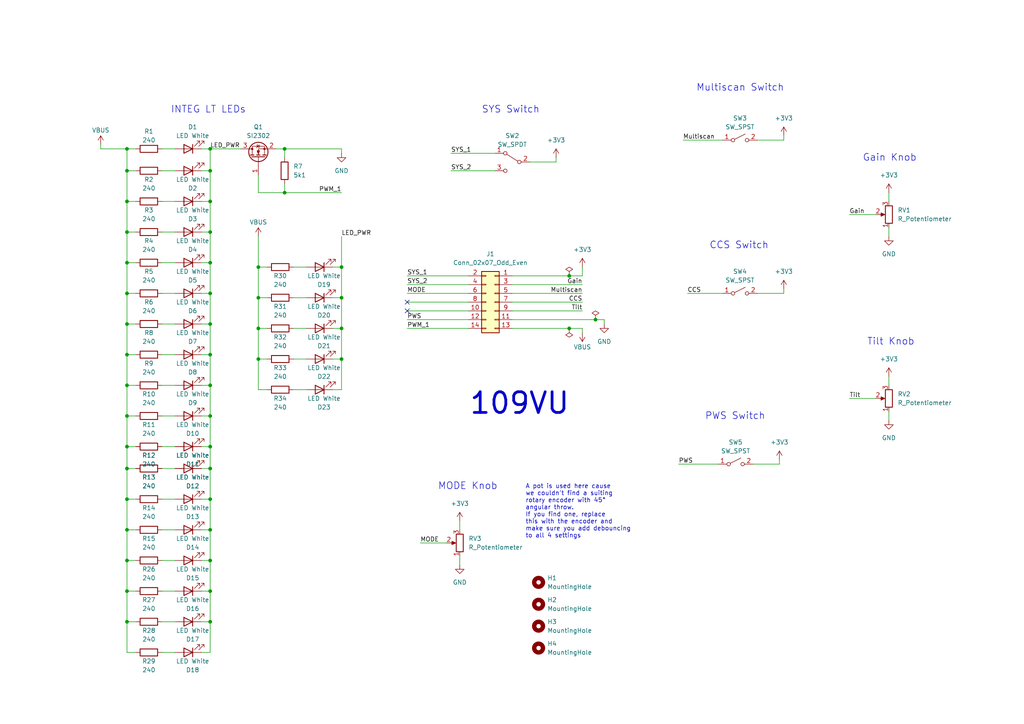
<source format=kicad_sch>
(kicad_sch (version 20230121) (generator eeschema)
  (paper "A4")
  (title_block (title "109VU") (date "2024-01-18") (rev "0.1"))
  (lib_symbols
    (symbol "Connector_Generic:Conn_02x07_Odd_Even" (pin_names (offset 1.016) hide)
      (property "Reference" "J" (at 1.27 10.16 0))
      (property "Value" "Conn_02x07_Odd_Even" (at 1.27 -10.16 0))
      (symbol "Conn_02x07_Odd_Even_1_1"
        (pin passive line (at -5.08 7.62 0) (length 3.81) (name "Pin_1") (number "1"))
        (pin passive line (at 7.62 -2.54 180) (length 3.81) (name "Pin_10") (number "10"))
        (pin passive line (at -5.08 -5.08 0) (length 3.81) (name "Pin_11") (number "11"))
        (pin passive line (at 7.62 -5.08 180) (length 3.81) (name "Pin_12") (number "12"))
        (pin passive line (at -5.08 -7.62 0) (length 3.81) (name "Pin_13") (number "13"))
        (pin passive line (at 7.62 -7.62 180) (length 3.81) (name "Pin_14") (number "14"))
        (pin passive line (at 7.62 7.62 180) (length 3.81) (name "Pin_2") (number "2"))
        (pin passive line (at -5.08 5.08 0) (length 3.81) (name "Pin_3") (number "3"))
        (pin passive line (at 7.62 5.08 180) (length 3.81) (name "Pin_4") (number "4"))
        (pin passive line (at -5.08 2.54 0) (length 3.81) (name "Pin_5") (number "5"))
        (pin passive line (at 7.62 2.54 180) (length 3.81) (name "Pin_6") (number "6"))
        (pin passive line (at -5.08 0 0) (length 3.81) (name "Pin_7") (number "7"))
        (pin passive line (at 7.62 0 180) (length 3.81) (name "Pin_8") (number "8"))
        (pin passive line (at -5.08 -2.54 0) (length 3.81) (name "Pin_9") (number "9"))
      )
    )
    (symbol "Device:LED" (pin_numbers hide) (pin_names (offset 1.016) hide)
      (property "Reference" "D" (at 0 2.54 0))
      (property "Value" "LED" (at 0 -2.54 0))
      (symbol "LED_1_1"
        (pin passive line (at -3.81 0 0) (length 2.54) (name "K") (number "1"))
        (pin passive line (at 3.81 0 180) (length 2.54) (name "A") (number "2"))
      )
    )
    (symbol "Device:R" (pin_numbers hide) (pin_names (offset 0))
      (property "Reference" "R" (at 2.032 0 90))
      (property "Value" "R" (at 0 0 90))
      (symbol "R_1_1"
        (pin passive line (at 0 3.81 270) (length 1.27) (name "~") (number "1"))
        (pin passive line (at 0 -3.81 90) (length 1.27) (name "~") (number "2"))
      )
    )
    (symbol "Device:R_Potentiometer" (pin_names (offset 1.016) hide)
      (property "Reference" "RV" (at -4.445 0 90))
      (property "Value" "R_Potentiometer" (at -2.54 0 90))
      (symbol "R_Potentiometer_1_1"
        (pin passive line (at 0 3.81 270) (length 1.27) (name "1") (number "1"))
        (pin passive line (at 3.81 0 180) (length 1.27) (name "2") (number "2"))
        (pin passive line (at 0 -3.81 90) (length 1.27) (name "3") (number "3"))
      )
    )
    (symbol "Mechanical:MountingHole" (pin_names (offset 1.016))
      (property "Reference" "H" (at 0 5.08 0))
      (property "Value" "MountingHole" (at 0 3.175 0))
    )
    (symbol "Switch:SW_SPDT" (pin_names (offset 0) hide)
      (property "Reference" "SW" (at 0 4.318 0))
      (property "Value" "SW_SPDT" (at 0 -5.08 0))
      (symbol "SW_SPDT_1_1"
        (pin passive line (at 5.08 2.54 180) (length 2.54) (name "A") (number "1"))
        (pin passive line (at -5.08 0 0) (length 2.54) (name "B") (number "2"))
        (pin passive line (at 5.08 -2.54 180) (length 2.54) (name "C") (number "3"))
      )
    )
    (symbol "Switch:SW_SPST" (pin_names (offset 0) hide)
      (property "Reference" "SW" (at 0 3.175 0))
      (property "Value" "SW_SPST" (at 0 -2.54 0))
      (symbol "SW_SPST_1_1"
        (pin passive line (at -5.08 0 0) (length 2.54) (name "A") (number "1"))
        (pin passive line (at 5.08 0 180) (length 2.54) (name "B") (number "2"))
      )
    )
    (symbol "Transistor_FET:2N7002K" (pin_names hide)
      (property "Reference" "Q" (at 5.08 1.905 0))
      (property "Value" "2N7002K" (at 5.08 0 0))
      (symbol "2N7002K_1_1"
        (pin input line (at -5.08 0 0) (length 2.54) (name "G") (number "1"))
        (pin passive line (at 2.54 -5.08 90) (length 2.54) (name "S") (number "2"))
        (pin passive line (at 2.54 5.08 270) (length 2.54) (name "D") (number "3"))
      )
    )
    (symbol "power:+3V3" (power) (pin_names (offset 0))
      (property "Value" "+3V3" (at 0 3.556 0))
      (symbol "+3V3_1_1"
        (pin power_in line (at 0 0 90) (length 0) hide (name "+3V3") (number "1"))
      )
    )
    (symbol "power:GND" (power) (pin_names (offset 0))
      (property "Value" "GND" (at 0 -3.81 0))
      (symbol "GND_1_1"
        (pin power_in line (at 0 0 270) (length 0) hide (name "GND") (number "1"))
      )
    )
    (symbol "power:PWR_FLAG" (power) (pin_numbers hide) (pin_names (offset 0) hide)
      (property "Value" "PWR_FLAG" (at 0 3.81 0))
      (symbol "PWR_FLAG_0_0"
        (pin power_out line (at 0 0 90) (length 0) (name "pwr") (number "1"))
      )
    )
    (symbol "power:VBUS" (power) (pin_names (offset 0))
      (property "Value" "VBUS" (at 0 3.81 0))
      (symbol "VBUS_1_1"
        (pin power_in line (at 0 0 90) (length 0) hide (name "VBUS") (number "1"))
      )
    )
  )
  (junction (at 165.1 95.25))
  (junction (at 74.93 104.14))
  (junction (at 60.96 144.78))
  (junction (at 99.06 104.14))
  (junction (at 60.96 153.67))
  (junction (at 60.96 102.87))
  (junction (at 99.06 95.25))
  (junction (at 36.83 93.98))
  (junction (at 60.96 180.34))
  (junction (at 36.83 120.65))
  (junction (at 60.96 129.54))
  (junction (at 36.83 43.18))
  (junction (at 99.06 77.47))
  (junction (at 60.96 120.65))
  (junction (at 36.83 135.89))
  (junction (at 36.83 49.53))
  (junction (at 60.96 49.53))
  (junction (at 36.83 58.42))
  (junction (at 36.83 111.76))
  (junction (at 36.83 85.09))
  (junction (at 36.83 153.67))
  (junction (at 36.83 129.54))
  (junction (at 60.96 111.76))
  (junction (at 74.93 77.47))
  (junction (at 36.83 162.56))
  (junction (at 36.83 144.78))
  (junction (at 82.55 43.18))
  (junction (at 60.96 162.56))
  (junction (at 36.83 171.45))
  (junction (at 60.96 58.42))
  (junction (at 165.1 80.01))
  (junction (at 172.72 92.71))
  (junction (at 60.96 135.89))
  (junction (at 60.96 93.98))
  (junction (at 36.83 102.87))
  (junction (at 82.55 55.88))
  (junction (at 60.96 171.45))
  (junction (at 60.96 76.2))
  (junction (at 36.83 180.34))
  (junction (at 60.96 43.18))
  (junction (at 60.96 67.31))
  (junction (at 36.83 76.2))
  (junction (at 74.93 95.25))
  (junction (at 99.06 86.36))
  (junction (at 74.93 86.36))
  (junction (at 36.83 67.31))
  (junction (at 60.96 85.09))
  (no_connect (at 118.11 90.17))
  (no_connect (at 118.11 87.63))
  (wire (pts (xy 39.37 129.54) (xy 36.83 129.54)))
  (wire (pts (xy 80.01 43.18) (xy 82.55 43.18)))
  (wire (pts (xy 58.42 93.98) (xy 60.96 93.98)))
  (wire (pts (xy 148.59 90.17) (xy 168.91 90.17)))
  (wire (pts (xy 39.37 49.53) (xy 36.83 49.53)))
  (wire (pts (xy 46.99 93.98) (xy 50.8 93.98)))
  (wire (pts (xy 36.83 153.67) (xy 39.37 153.67)))
  (wire (pts (xy 36.83 144.78) (xy 39.37 144.78)))
  (wire (pts (xy 99.06 86.36) (xy 99.06 95.25)))
  (wire (pts (xy 257.81 55.88) (xy 257.81 58.42)))
  (wire (pts (xy 118.11 90.17) (xy 135.89 90.17)))
  (wire (pts (xy 36.83 120.65) (xy 39.37 120.65)))
  (wire (pts (xy 74.93 55.88) (xy 82.55 55.88)))
  (wire (pts (xy 58.42 58.42) (xy 60.96 58.42)))
  (wire (pts (xy 58.42 189.23) (xy 60.96 189.23)))
  (wire (pts (xy 74.93 86.36) (xy 74.93 95.25)))
  (wire (pts (xy 133.35 161.29) (xy 133.35 163.83)))
  (wire (pts (xy 227.33 83.82) (xy 227.33 85.09)))
  (wire (pts (xy 74.93 77.47) (xy 74.93 86.36)))
  (wire (pts (xy 58.42 76.2) (xy 60.96 76.2)))
  (wire (pts (xy 82.55 55.88) (xy 99.06 55.88)))
  (wire (pts (xy 58.42 85.09) (xy 60.96 85.09)))
  (wire (pts (xy 60.96 102.87) (xy 60.96 111.76)))
  (wire (pts (xy 36.83 93.98) (xy 36.83 102.87)))
  (wire (pts (xy 39.37 93.98) (xy 36.83 93.98)))
  (wire (pts (xy 36.83 76.2) (xy 39.37 76.2)))
  (wire (pts (xy 148.59 85.09) (xy 168.91 85.09)))
  (wire (pts (xy 85.09 86.36) (xy 88.9 86.36)))
  (wire (pts (xy 219.71 40.64) (xy 227.33 40.64)))
  (wire (pts (xy 74.93 95.25) (xy 77.47 95.25)))
  (wire (pts (xy 85.09 77.47) (xy 88.9 77.47)))
  (wire (pts (xy 60.96 76.2) (xy 60.96 85.09)))
  (wire (pts (xy 85.09 95.25) (xy 88.9 95.25)))
  (wire (pts (xy 172.72 92.71) (xy 175.26 92.71)))
  (wire (pts (xy 46.99 162.56) (xy 50.8 162.56)))
  (wire (pts (xy 60.96 43.18) (xy 69.85 43.18)))
  (wire (pts (xy 118.11 82.55) (xy 135.89 82.55)))
  (wire (pts (xy 226.06 133.35) (xy 226.06 134.62)))
  (wire (pts (xy 36.83 102.87) (xy 39.37 102.87)))
  (wire (pts (xy 118.11 92.71) (xy 135.89 92.71)))
  (wire (pts (xy 257.81 119.38) (xy 257.81 121.92)))
  (wire (pts (xy 175.26 92.71) (xy 175.26 93.98)))
  (wire (pts (xy 118.11 87.63) (xy 135.89 87.63)))
  (wire (pts (xy 36.83 180.34) (xy 39.37 180.34)))
  (wire (pts (xy 96.52 77.47) (xy 99.06 77.47)))
  (wire (pts (xy 58.42 153.67) (xy 60.96 153.67)))
  (wire (pts (xy 46.99 120.65) (xy 50.8 120.65)))
  (wire (pts (xy 58.42 102.87) (xy 60.96 102.87)))
  (wire (pts (xy 46.99 58.42) (xy 50.8 58.42)))
  (wire (pts (xy 198.12 40.64) (xy 209.55 40.64)))
  (wire (pts (xy 121.92 157.48) (xy 129.54 157.48)))
  (wire (pts (xy 82.55 43.18) (xy 82.55 45.72)))
  (wire (pts (xy 60.96 43.18) (xy 60.96 49.53)))
  (wire (pts (xy 74.93 104.14) (xy 74.93 113.03)))
  (wire (pts (xy 96.52 86.36) (xy 99.06 86.36)))
  (wire (pts (xy 36.83 120.65) (xy 36.83 129.54)))
  (wire (pts (xy 58.42 135.89) (xy 60.96 135.89)))
  (wire (pts (xy 36.83 49.53) (xy 36.83 43.18)))
  (wire (pts (xy 60.96 93.98) (xy 60.96 102.87)))
  (wire (pts (xy 46.99 135.89) (xy 50.8 135.89)))
  (wire (pts (xy 148.59 82.55) (xy 168.91 82.55)))
  (wire (pts (xy 39.37 135.89) (xy 36.83 135.89)))
  (wire (pts (xy 118.11 80.01) (xy 135.89 80.01)))
  (wire (pts (xy 60.96 49.53) (xy 60.96 58.42)))
  (wire (pts (xy 99.06 104.14) (xy 99.06 113.03)))
  (wire (pts (xy 60.96 129.54) (xy 60.96 135.89)))
  (wire (pts (xy 58.42 129.54) (xy 60.96 129.54)))
  (wire (pts (xy 46.99 76.2) (xy 50.8 76.2)))
  (wire (pts (xy 58.42 144.78) (xy 60.96 144.78)))
  (wire (pts (xy 36.83 180.34) (xy 36.83 189.23)))
  (wire (pts (xy 133.35 151.13) (xy 133.35 153.67)))
  (wire (pts (xy 58.42 162.56) (xy 60.96 162.56)))
  (wire (pts (xy 36.83 58.42) (xy 39.37 58.42)))
  (wire (pts (xy 58.42 180.34) (xy 60.96 180.34)))
  (wire (pts (xy 36.83 162.56) (xy 39.37 162.56)))
  (wire (pts (xy 77.47 104.14) (xy 74.93 104.14)))
  (wire (pts (xy 36.83 102.87) (xy 36.83 111.76)))
  (wire (pts (xy 60.96 58.42) (xy 60.96 67.31)))
  (wire (pts (xy 165.1 95.25) (xy 168.91 95.25)))
  (wire (pts (xy 227.33 39.37) (xy 227.33 40.64)))
  (wire (pts (xy 46.99 67.31) (xy 50.8 67.31)))
  (wire (pts (xy 46.99 111.76) (xy 50.8 111.76)))
  (wire (pts (xy 168.91 96.52) (xy 168.91 95.25)))
  (wire (pts (xy 74.93 77.47) (xy 77.47 77.47)))
  (wire (pts (xy 130.81 49.53) (xy 143.51 49.53)))
  (wire (pts (xy 218.44 134.62) (xy 226.06 134.62)))
  (wire (pts (xy 74.93 95.25) (xy 74.93 104.14)))
  (wire (pts (xy 46.99 171.45) (xy 50.8 171.45)))
  (wire (pts (xy 85.09 104.14) (xy 88.9 104.14)))
  (wire (pts (xy 36.83 76.2) (xy 36.83 85.09)))
  (wire (pts (xy 29.21 43.18) (xy 29.21 41.91)))
  (wire (pts (xy 77.47 86.36) (xy 74.93 86.36)))
  (wire (pts (xy 60.96 85.09) (xy 60.96 93.98)))
  (wire (pts (xy 74.93 113.03) (xy 77.47 113.03)))
  (wire (pts (xy 36.83 58.42) (xy 36.83 67.31)))
  (wire (pts (xy 130.81 44.45) (xy 143.51 44.45)))
  (wire (pts (xy 46.99 102.87) (xy 50.8 102.87)))
  (wire (pts (xy 165.1 80.01) (xy 168.91 80.01)))
  (wire (pts (xy 74.93 68.58) (xy 74.93 77.47)))
  (wire (pts (xy 60.96 171.45) (xy 60.96 180.34)))
  (wire (pts (xy 46.99 85.09) (xy 50.8 85.09)))
  (wire (pts (xy 36.83 135.89) (xy 36.83 129.54)))
  (wire (pts (xy 60.96 153.67) (xy 60.96 162.56)))
  (wire (pts (xy 246.38 115.57) (xy 254 115.57)))
  (wire (pts (xy 246.38 62.23) (xy 254 62.23)))
  (wire (pts (xy 60.96 67.31) (xy 60.96 76.2)))
  (wire (pts (xy 39.37 171.45) (xy 36.83 171.45)))
  (wire (pts (xy 36.83 162.56) (xy 36.83 171.45)))
  (wire (pts (xy 46.99 43.18) (xy 50.8 43.18)))
  (wire (pts (xy 148.59 95.25) (xy 165.1 95.25)))
  (wire (pts (xy 58.42 111.76) (xy 60.96 111.76)))
  (wire (pts (xy 99.06 95.25) (xy 99.06 104.14)))
  (wire (pts (xy 168.91 77.47) (xy 168.91 80.01)))
  (wire (pts (xy 74.93 50.8) (xy 74.93 55.88)))
  (wire (pts (xy 85.09 113.03) (xy 88.9 113.03)))
  (wire (pts (xy 148.59 80.01) (xy 165.1 80.01)))
  (wire (pts (xy 46.99 49.53) (xy 50.8 49.53)))
  (wire (pts (xy 148.59 92.71) (xy 172.72 92.71)))
  (wire (pts (xy 58.42 171.45) (xy 60.96 171.45)))
  (wire (pts (xy 36.83 144.78) (xy 36.83 153.67)))
  (wire (pts (xy 46.99 144.78) (xy 50.8 144.78)))
  (wire (pts (xy 60.96 135.89) (xy 60.96 144.78)))
  (wire (pts (xy 58.42 49.53) (xy 60.96 49.53)))
  (wire (pts (xy 36.83 153.67) (xy 36.83 162.56)))
  (wire (pts (xy 60.96 144.78) (xy 60.96 153.67)))
  (wire (pts (xy 96.52 113.03) (xy 99.06 113.03)))
  (wire (pts (xy 36.83 111.76) (xy 36.83 120.65)))
  (wire (pts (xy 161.29 45.72) (xy 161.29 46.99)))
  (wire (pts (xy 58.42 67.31) (xy 60.96 67.31)))
  (wire (pts (xy 46.99 153.67) (xy 50.8 153.67)))
  (wire (pts (xy 60.96 162.56) (xy 60.96 171.45)))
  (wire (pts (xy 46.99 129.54) (xy 50.8 129.54)))
  (wire (pts (xy 196.85 134.62) (xy 208.28 134.62)))
  (wire (pts (xy 60.96 180.34) (xy 60.96 189.23)))
  (wire (pts (xy 148.59 87.63) (xy 168.91 87.63)))
  (wire (pts (xy 39.37 189.23) (xy 36.83 189.23)))
  (wire (pts (xy 257.81 109.22) (xy 257.81 111.76)))
  (wire (pts (xy 82.55 53.34) (xy 82.55 55.88)))
  (wire (pts (xy 36.83 171.45) (xy 36.83 180.34)))
  (wire (pts (xy 39.37 85.09) (xy 36.83 85.09)))
  (wire (pts (xy 199.39 85.09) (xy 209.55 85.09)))
  (wire (pts (xy 46.99 189.23) (xy 50.8 189.23)))
  (wire (pts (xy 36.83 67.31) (xy 39.37 67.31)))
  (wire (pts (xy 99.06 77.47) (xy 99.06 86.36)))
  (wire (pts (xy 99.06 43.18) (xy 82.55 43.18)))
  (wire (pts (xy 60.96 111.76) (xy 60.96 120.65)))
  (wire (pts (xy 118.11 95.25) (xy 135.89 95.25)))
  (wire (pts (xy 58.42 43.18) (xy 60.96 43.18)))
  (wire (pts (xy 219.71 85.09) (xy 227.33 85.09)))
  (wire (pts (xy 36.83 93.98) (xy 36.83 85.09)))
  (wire (pts (xy 118.11 85.09) (xy 135.89 85.09)))
  (wire (pts (xy 153.67 46.99) (xy 161.29 46.99)))
  (wire (pts (xy 46.99 180.34) (xy 50.8 180.34)))
  (wire (pts (xy 60.96 120.65) (xy 60.96 129.54)))
  (wire (pts (xy 96.52 95.25) (xy 99.06 95.25)))
  (wire (pts (xy 99.06 68.58) (xy 99.06 77.47)))
  (wire (pts (xy 29.21 43.18) (xy 36.83 43.18)))
  (wire (pts (xy 58.42 120.65) (xy 60.96 120.65)))
  (wire (pts (xy 36.83 111.76) (xy 39.37 111.76)))
  (wire (pts (xy 99.06 44.45) (xy 99.06 43.18)))
  (wire (pts (xy 36.83 135.89) (xy 36.83 144.78)))
  (wire (pts (xy 257.81 66.04) (xy 257.81 68.58)))
  (wire (pts (xy 36.83 43.18) (xy 39.37 43.18)))
  (wire (pts (xy 36.83 49.53) (xy 36.83 58.42)))
  (wire (pts (xy 96.52 104.14) (xy 99.06 104.14)))
  (wire (pts (xy 36.83 67.31) (xy 36.83 76.2)))
  (text "Multiscan Switch" (at 201.93 26.67 0) (effects (font (size 2 2)) (justify left bottom)))
  (text "Gain Knob" (at 250.19 46.99 0) (effects (font (size 2 2)) (justify left bottom)))
  (text "MODE Knob" (at 127 142.24 0) (effects (font (size 2 2)) (justify left bottom)))
  (text "INTEG LT LEDs" (at 49.53 33.02 0) (effects (font (size 2 2)) (justify left bottom)))
  (text "SYS Switch" (at 139.7 33.02 0) (effects (font (size 2 2)) (justify left bottom)))
  (text "PWS Switch" (at 204.47 121.92 0) (effects (font (size 2 2)) (justify left bottom)))
  (text "A pot is used here cause\nwe couldn't find a suiting\nrotary encoder with 45°\nangular throw.\nIf you find one, replace\nthis with the encoder and\nmake sure you add debouncing\nto all 4 settings" (at 152.4 156.21 0) (effects (font (size 1.27 1.27)) (justify left bottom)))
  (text "109VU" (at 135.89 120.65 0) (effects (font (size 6 6) (thickness 0.8) bold) (justify left bottom)))
  (text "Tilt Knob" (at 251.46 100.33 0) (effects (font (size 2 2)) (justify left bottom)))
  (text "CCS Switch" (at 205.74 72.39 0) (effects (font (size 2 2)) (justify left bottom)))
  (label "SYS_1" (at 118.11 80.01 0))
  (label "Multiscan" (at 168.91 85.09 180))
  (label "Tilt" (at 168.91 90.17 180))
  (label "CCS" (at 199.39 85.09 0))
  (label "PWS" (at 118.11 92.71 0))
  (label "Tilt" (at 246.38 115.57 0))
  (label "SYS_1" (at 130.81 44.45 0))
  (label "CCS" (at 168.91 87.63 180))
  (label "Multiscan" (at 198.12 40.64 0))
  (label "PWS" (at 196.85 134.62 0))
  (label "MODE" (at 118.11 85.09 0))
  (label "LED_PWR" (at 60.96 43.18 0))
  (label "PWM_1" (at 118.11 95.25 0))
  (label "PWM_1" (at 99.06 55.88 180))
  (label "Gain" (at 168.91 82.55 180))
  (label "Gain" (at 246.38 62.23 0))
  (label "SYS_2" (at 130.81 49.53 0))
  (label "SYS_2" (at 118.11 82.55 0))
  (label "LED_PWR" (at 99.06 68.58 0))
  (label "MODE" (at 121.92 157.48 0))
  (symbol (lib_id "Device:R") (at 43.18 153.67 90) (unit 1)
    (property "Reference" "R15" (at 43.18 156.21 90))
    (property "Value" "240" (at 43.18 158.75 90))
    (property "Footprint" "Resistor_SMD:R_0805_2012Metric" (effects hide))
    (property "Datasheet" "https://www.lcsc.com/datasheet/lcsc_datasheet_2206010200_UNI-ROYAL-Uniroyal-Elec-0805W8F2400T5E_C17572.pdf" (effects hide))
    (property "Manufracturer" "UNI-ROYAL(Uniroyal Elec)" (effects hide))
    (property "Manufracturer Part Number" "0805W8F2400T5E" (effects hide))
    (property "JLCPCB Part" "C17572" (effects hide))
  )
  (symbol (lib_id "Device:LED") (at 54.61 162.56 180) (unit 1)
    (property "Reference" "D15" (at 55.88 167.64 0))
    (property "Value" "LED White" (at 55.88 165.1 0))
    (property "Footprint" "LED_SMD:LED_0805_2012Metric" (effects hide))
    (property "Datasheet" "https://www.lcsc.com/datasheet/lcsc_datasheet_2402181504_XINGLIGHT-XL-2012WWC-DS_C3646928.pdf" (effects hide))
    (property "Manufracturer" "XINGLIGHT" (effects hide))
    (property "Manufracturer Part Number" "XL-2012WWC-DS" (effects hide))
    (property "JLCPCB Part" "C3646928" (effects hide))
  )
  (symbol (lib_id "Device:LED") (at 54.61 85.09 180) (unit 1)
    (property "Reference" "D6" (at 55.88 90.17 0))
    (property "Value" "LED White" (at 55.88 87.63 0))
    (property "Footprint" "LED_SMD:LED_0805_2012Metric" (effects hide))
    (property "Datasheet" "https://www.lcsc.com/datasheet/lcsc_datasheet_2402181504_XINGLIGHT-XL-2012WWC-DS_C3646928.pdf" (effects hide))
    (property "Manufracturer" "XINGLIGHT" (effects hide))
    (property "Manufracturer Part Number" "XL-2012WWC-DS" (effects hide))
    (property "JLCPCB Part" "C3646928" (effects hide))
  )
  (symbol (lib_id "Device:LED") (at 54.61 76.2 180) (unit 1)
    (property "Reference" "D5" (at 55.88 81.28 0))
    (property "Value" "LED White" (at 55.88 78.74 0))
    (property "Footprint" "LED_SMD:LED_0805_2012Metric" (effects hide))
    (property "Datasheet" "https://www.lcsc.com/datasheet/lcsc_datasheet_2402181504_XINGLIGHT-XL-2012WWC-DS_C3646928.pdf" (effects hide))
    (property "Manufracturer" "XINGLIGHT" (effects hide))
    (property "Manufracturer Part Number" "XL-2012WWC-DS" (effects hide))
    (property "JLCPCB Part" "C3646928" (effects hide))
  )
  (symbol (lib_id "Device:LED") (at 92.71 86.36 180) (unit 1)
    (property "Reference" "D20" (at 93.98 91.44 0))
    (property "Value" "LED White" (at 93.98 88.9 0))
    (property "Footprint" "LED_SMD:LED_0805_2012Metric" (effects hide))
    (property "Datasheet" "https://www.lcsc.com/datasheet/lcsc_datasheet_2402181504_XINGLIGHT-XL-2012WWC-DS_C3646928.pdf" (effects hide))
    (property "Manufracturer" "XINGLIGHT" (effects hide))
    (property "Manufracturer Part Number" "XL-2012WWC-DS" (effects hide))
    (property "JLCPCB Part" "C3646928" (effects hide))
  )
  (symbol (lib_id "Device:R") (at 43.18 76.2 90) (unit 1)
    (property "Reference" "R5" (at 43.18 78.74 90))
    (property "Value" "240" (at 43.18 81.28 90))
    (property "Footprint" "Resistor_SMD:R_0805_2012Metric" (effects hide))
    (property "Datasheet" "https://www.lcsc.com/datasheet/lcsc_datasheet_2206010200_UNI-ROYAL-Uniroyal-Elec-0805W8F2400T5E_C17572.pdf" (effects hide))
    (property "Manufracturer" "UNI-ROYAL(Uniroyal Elec)" (effects hide))
    (property "Manufracturer Part Number" "0805W8F2400T5E" (effects hide))
    (property "JLCPCB Part" "C17572" (effects hide))
  )
  (symbol (lib_id "power:+3V3") (at 168.91 77.47 0) (unit 1)
    (property "Reference" "#PWR014" (effects hide))
    (property "Value" "+3V3" (at 168.91 72.39 0))
  )
  (symbol (lib_id "Device:LED") (at 92.71 77.47 180) (unit 1)
    (property "Reference" "D19" (at 93.98 82.55 0))
    (property "Value" "LED White" (at 93.98 80.01 0))
    (property "Footprint" "LED_SMD:LED_0805_2012Metric" (effects hide))
    (property "Datasheet" "https://www.lcsc.com/datasheet/lcsc_datasheet_2402181504_XINGLIGHT-XL-2012WWC-DS_C3646928.pdf" (effects hide))
    (property "Manufracturer" "XINGLIGHT" (effects hide))
    (property "Manufracturer Part Number" "XL-2012WWC-DS" (effects hide))
    (property "JLCPCB Part" "C3646928" (effects hide))
  )
  (symbol (lib_id "Device:LED") (at 54.61 111.76 180) (unit 1)
    (property "Reference" "D9" (at 55.88 116.84 0))
    (property "Value" "LED White" (at 55.88 114.3 0))
    (property "Footprint" "LED_SMD:LED_0805_2012Metric" (effects hide))
    (property "Datasheet" "https://www.lcsc.com/datasheet/lcsc_datasheet_2402181504_XINGLIGHT-XL-2012WWC-DS_C3646928.pdf" (effects hide))
    (property "Manufracturer" "XINGLIGHT" (effects hide))
    (property "Manufracturer Part Number" "XL-2012WWC-DS" (effects hide))
    (property "JLCPCB Part" "C3646928" (effects hide))
  )
  (symbol (lib_id "power:+3V3") (at 257.81 109.22 0) (unit 1)
    (property "Reference" "#PWR027" (effects hide))
    (property "Value" "+3V3" (at 257.81 104.14 0))
  )
  (symbol (lib_id "Device:R") (at 43.18 180.34 90) (unit 1)
    (property "Reference" "R28" (at 43.18 182.88 90))
    (property "Value" "240" (at 43.18 185.42 90))
    (property "Footprint" "Resistor_SMD:R_0805_2012Metric" (effects hide))
    (property "Datasheet" "https://www.lcsc.com/datasheet/lcsc_datasheet_2206010200_UNI-ROYAL-Uniroyal-Elec-0805W8F2400T5E_C17572.pdf" (effects hide))
    (property "Manufracturer" "UNI-ROYAL(Uniroyal Elec)" (effects hide))
    (property "Manufracturer Part Number" "0805W8F2400T5E" (effects hide))
    (property "JLCPCB Part" "C17572" (effects hide))
  )
  (symbol (lib_id "Device:R") (at 43.18 120.65 90) (unit 1)
    (property "Reference" "R11" (at 43.18 123.19 90))
    (property "Value" "240" (at 43.18 125.73 90))
    (property "Footprint" "Resistor_SMD:R_0805_2012Metric" (effects hide))
    (property "Datasheet" "https://www.lcsc.com/datasheet/lcsc_datasheet_2206010200_UNI-ROYAL-Uniroyal-Elec-0805W8F2400T5E_C17572.pdf" (effects hide))
    (property "Manufracturer" "UNI-ROYAL(Uniroyal Elec)" (effects hide))
    (property "Manufracturer Part Number" "0805W8F2400T5E" (effects hide))
    (property "JLCPCB Part" "C17572" (effects hide))
  )
  (symbol (lib_id "power:+3V3") (at 227.33 39.37 0) (unit 1)
    (property "Reference" "#PWR022" (effects hide))
    (property "Value" "+3V3" (at 227.33 34.29 0))
  )
  (symbol (lib_id "power:PWR_FLAG") (at 165.1 95.25 180) (unit 1)
    (property "Reference" "#FLG03" (effects hide))
    (property "Value" "PWR_FLAG" (effects hide))
  )
  (symbol (lib_id "Device:LED") (at 54.61 93.98 180) (unit 1)
    (property "Reference" "D7" (at 55.88 99.06 0))
    (property "Value" "LED White" (at 55.88 96.52 0))
    (property "Footprint" "LED_SMD:LED_0805_2012Metric" (effects hide))
    (property "Datasheet" "https://www.lcsc.com/datasheet/lcsc_datasheet_2402181504_XINGLIGHT-XL-2012WWC-DS_C3646928.pdf" (effects hide))
    (property "Manufracturer" "XINGLIGHT" (effects hide))
    (property "Manufracturer Part Number" "XL-2012WWC-DS" (effects hide))
    (property "JLCPCB Part" "C3646928" (effects hide))
  )
  (symbol (lib_id "Device:R") (at 43.18 102.87 90) (unit 1)
    (property "Reference" "R9" (at 43.18 105.41 90))
    (property "Value" "240" (at 43.18 107.95 90))
    (property "Footprint" "Resistor_SMD:R_0805_2012Metric" (effects hide))
    (property "Datasheet" "https://www.lcsc.com/datasheet/lcsc_datasheet_2206010200_UNI-ROYAL-Uniroyal-Elec-0805W8F2400T5E_C17572.pdf" (effects hide))
    (property "Manufracturer" "UNI-ROYAL(Uniroyal Elec)" (effects hide))
    (property "Manufracturer Part Number" "0805W8F2400T5E" (effects hide))
    (property "JLCPCB Part" "C17572" (effects hide))
  )
  (symbol (lib_id "Device:LED") (at 54.61 43.18 180) (unit 1)
    (property "Reference" "D1" (at 55.88 36.83 0))
    (property "Value" "LED White" (at 55.88 39.37 0))
    (property "Footprint" "LED_SMD:LED_0805_2012Metric" (effects hide))
    (property "Datasheet" "https://www.lcsc.com/datasheet/lcsc_datasheet_2402181504_XINGLIGHT-XL-2012WWC-DS_C3646928.pdf" (effects hide))
    (property "Manufracturer" "XINGLIGHT" (effects hide))
    (property "Manufracturer Part Number" "XL-2012WWC-DS" (effects hide))
    (property "JLCPCB Part" "C3646928" (effects hide))
  )
  (symbol (lib_id "Connector_Generic:Conn_02x07_Odd_Even") (at 143.51 87.63 0) (mirror y) (unit 1)
    (property "Reference" "J1" (at 142.24 73.66 0))
    (property "Value" "Conn_02x07_Odd_Even" (at 142.24 76.2 0))
    (property "Footprint" "Connector_IDC:IDC-Header_2x07_P2.54mm_Vertical" (effects hide))
  )
  (symbol (lib_id "Device:R") (at 81.28 104.14 90) (unit 1)
    (property "Reference" "R33" (at 81.28 106.68 90))
    (property "Value" "240" (at 81.28 109.22 90))
    (property "Footprint" "Resistor_SMD:R_0805_2012Metric" (effects hide))
    (property "Datasheet" "https://www.lcsc.com/datasheet/lcsc_datasheet_2206010200_UNI-ROYAL-Uniroyal-Elec-0805W8F2400T5E_C17572.pdf" (effects hide))
    (property "Manufracturer" "UNI-ROYAL(Uniroyal Elec)" (effects hide))
    (property "Manufracturer Part Number" "0805W8F2400T5E" (effects hide))
    (property "JLCPCB Part" "C17572" (effects hide))
  )
  (symbol (lib_id "Device:LED") (at 54.61 67.31 180) (unit 1)
    (property "Reference" "D4" (at 55.88 72.39 0))
    (property "Value" "LED White" (at 55.88 69.85 0))
    (property "Footprint" "LED_SMD:LED_0805_2012Metric" (effects hide))
    (property "Datasheet" "https://www.lcsc.com/datasheet/lcsc_datasheet_2402181504_XINGLIGHT-XL-2012WWC-DS_C3646928.pdf" (effects hide))
    (property "Manufracturer" "XINGLIGHT" (effects hide))
    (property "Manufracturer Part Number" "XL-2012WWC-DS" (effects hide))
    (property "JLCPCB Part" "C3646928" (effects hide))
  )
  (symbol (lib_id "Device:R_Potentiometer") (at 133.35 157.48 180) (unit 1)
    (property "Reference" "RV3" (at 135.89 156.21 0) (effects (justify right)))
    (property "Value" "R_Potentiometer" (at 135.89 158.75 0) (effects (justify right)))
    (property "Footprint" "NiasStuff:Potentiometer_Alps_RK09L_Double_Vertical" (effects hide))
    (property "Datasheet" "https://datasheet.lcsc.com/lcsc/1912111437_ALPSALPINE-RK09L1240A12_C380211.pdf" (effects hide))
    (property "Manufracturer" "ALPSALPINE" (effects hide))
    (property "Manufracturer Part Number" "RK09L1240A12" (effects hide))
    (property "JLCPCB Part" "C380211" (effects hide))
  )
  (symbol (lib_id "power:PWR_FLAG") (at 172.72 92.71 0) (unit 1)
    (property "Reference" "#FLG02" (effects hide))
    (property "Value" "PWR_FLAG" (effects hide))
  )
  (symbol (lib_id "Device:R") (at 81.28 95.25 90) (unit 1)
    (property "Reference" "R32" (at 81.28 97.79 90))
    (property "Value" "240" (at 81.28 100.33 90))
    (property "Footprint" "Resistor_SMD:R_0805_2012Metric" (effects hide))
    (property "Datasheet" "https://www.lcsc.com/datasheet/lcsc_datasheet_2206010200_UNI-ROYAL-Uniroyal-Elec-0805W8F2400T5E_C17572.pdf" (effects hide))
    (property "Manufracturer" "UNI-ROYAL(Uniroyal Elec)" (effects hide))
    (property "Manufracturer Part Number" "0805W8F2400T5E" (effects hide))
    (property "JLCPCB Part" "C17572" (effects hide))
  )
  (symbol (lib_id "Device:LED") (at 54.61 102.87 180) (unit 1)
    (property "Reference" "D8" (at 55.88 107.95 0))
    (property "Value" "LED White" (at 55.88 105.41 0))
    (property "Footprint" "LED_SMD:LED_0805_2012Metric" (effects hide))
    (property "Datasheet" "https://www.lcsc.com/datasheet/lcsc_datasheet_2402181504_XINGLIGHT-XL-2012WWC-DS_C3646928.pdf" (effects hide))
    (property "Manufracturer" "XINGLIGHT" (effects hide))
    (property "Manufracturer Part Number" "XL-2012WWC-DS" (effects hide))
    (property "JLCPCB Part" "C3646928" (effects hide))
  )
  (symbol (lib_id "Device:LED") (at 54.61 153.67 180) (unit 1)
    (property "Reference" "D14" (at 55.88 158.75 0))
    (property "Value" "LED White" (at 55.88 156.21 0))
    (property "Footprint" "LED_SMD:LED_0805_2012Metric" (effects hide))
    (property "Datasheet" "https://www.lcsc.com/datasheet/lcsc_datasheet_2402181504_XINGLIGHT-XL-2012WWC-DS_C3646928.pdf" (effects hide))
    (property "Manufracturer" "XINGLIGHT" (effects hide))
    (property "Manufracturer Part Number" "XL-2012WWC-DS" (effects hide))
    (property "JLCPCB Part" "C3646928" (effects hide))
  )
  (symbol (lib_id "Device:R") (at 81.28 113.03 90) (unit 1)
    (property "Reference" "R34" (at 81.28 115.57 90))
    (property "Value" "240" (at 81.28 118.11 90))
    (property "Footprint" "Resistor_SMD:R_0805_2012Metric" (effects hide))
    (property "Datasheet" "https://www.lcsc.com/datasheet/lcsc_datasheet_2206010200_UNI-ROYAL-Uniroyal-Elec-0805W8F2400T5E_C17572.pdf" (effects hide))
    (property "Manufracturer" "UNI-ROYAL(Uniroyal Elec)" (effects hide))
    (property "Manufracturer Part Number" "0805W8F2400T5E" (effects hide))
    (property "JLCPCB Part" "C17572" (effects hide))
  )
  (symbol (lib_id "Device:LED") (at 54.61 49.53 180) (unit 1)
    (property "Reference" "D2" (at 55.88 54.61 0))
    (property "Value" "LED White" (at 55.88 52.07 0))
    (property "Footprint" "LED_SMD:LED_0805_2012Metric" (effects hide))
    (property "Datasheet" "https://www.lcsc.com/datasheet/lcsc_datasheet_2402181504_XINGLIGHT-XL-2012WWC-DS_C3646928.pdf" (effects hide))
    (property "Manufracturer" "XINGLIGHT" (effects hide))
    (property "Manufracturer Part Number" "XL-2012WWC-DS" (effects hide))
    (property "JLCPCB Part" "C3646928" (effects hide))
  )
  (symbol (lib_id "Device:R") (at 43.18 135.89 90) (unit 1)
    (property "Reference" "R13" (at 43.18 138.43 90))
    (property "Value" "240" (at 43.18 140.97 90))
    (property "Footprint" "Resistor_SMD:R_0805_2012Metric" (effects hide))
    (property "Datasheet" "https://www.lcsc.com/datasheet/lcsc_datasheet_2206010200_UNI-ROYAL-Uniroyal-Elec-0805W8F2400T5E_C17572.pdf" (effects hide))
    (property "Manufracturer" "UNI-ROYAL(Uniroyal Elec)" (effects hide))
    (property "Manufracturer Part Number" "0805W8F2400T5E" (effects hide))
    (property "JLCPCB Part" "C17572" (effects hide))
  )
  (symbol (lib_id "Device:R") (at 43.18 93.98 90) (unit 1)
    (property "Reference" "R8" (at 43.18 96.52 90))
    (property "Value" "240" (at 43.18 99.06 90))
    (property "Footprint" "Resistor_SMD:R_0805_2012Metric" (effects hide))
    (property "Datasheet" "https://www.lcsc.com/datasheet/lcsc_datasheet_2206010200_UNI-ROYAL-Uniroyal-Elec-0805W8F2400T5E_C17572.pdf" (effects hide))
    (property "Manufracturer" "UNI-ROYAL(Uniroyal Elec)" (effects hide))
    (property "Manufracturer Part Number" "0805W8F2400T5E" (effects hide))
    (property "JLCPCB Part" "C17572" (effects hide))
  )
  (symbol (lib_id "Mechanical:MountingHole") (at 156.21 187.96 0) (unit 1) (in_bom no)
    (property "Reference" "H4" (at 158.75 186.69 0) (effects (justify left)))
    (property "Value" "MountingHole" (at 158.75 189.23 0) (effects (justify left)))
    (property "Footprint" "MountingHole:MountingHole_2.2mm_M2" (effects hide))
  )
  (symbol (lib_id "power:+3V3") (at 227.33 83.82 0) (unit 1)
    (property "Reference" "#PWR023" (effects hide))
    (property "Value" "+3V3" (at 227.33 78.74 0))
  )
  (symbol (lib_id "Device:R_Potentiometer") (at 257.81 62.23 180) (unit 1)
    (property "Reference" "RV1" (at 260.35 60.96 0) (effects (justify right)))
    (property "Value" "R_Potentiometer" (at 260.35 63.5 0) (effects (justify right)))
    (property "Footprint" "NiasStuff:Potentiometer_Alps_RK09L_Double_Vertical" (effects hide))
    (property "Datasheet" "https://datasheet.lcsc.com/lcsc/1912111437_ALPSALPINE-RK09L1240A12_C380211.pdf" (effects hide))
    (property "Manufracturer" "ALPSALPINE" (effects hide))
    (property "Manufracturer Part Number" "RK09L1240A12" (effects hide))
    (property "JLCPCB Part" "C380211" (effects hide))
  )
  (symbol (lib_id "power:GND") (at 257.81 68.58 0) (unit 1)
    (property "Reference" "#PWR026" (effects hide))
    (property "Value" "GND" (at 257.81 73.66 0))
  )
  (symbol (lib_id "power:GND") (at 133.35 163.83 0) (unit 1)
    (property "Reference" "#PWR04" (effects hide))
    (property "Value" "GND" (at 133.35 168.91 0))
  )
  (symbol (lib_id "power:+3V3") (at 257.81 55.88 0) (unit 1)
    (property "Reference" "#PWR025" (effects hide))
    (property "Value" "+3V3" (at 257.81 50.8 0))
  )
  (symbol (lib_id "power:GND") (at 99.06 44.45 0) (unit 1)
    (property "Reference" "#PWR03" (effects hide))
    (property "Value" "GND" (at 99.06 49.53 0))
  )
  (symbol (lib_id "Device:LED") (at 54.61 144.78 180) (unit 1)
    (property "Reference" "D13" (at 55.88 149.86 0))
    (property "Value" "LED White" (at 55.88 147.32 0))
    (property "Footprint" "LED_SMD:LED_0805_2012Metric" (effects hide))
    (property "Datasheet" "https://www.lcsc.com/datasheet/lcsc_datasheet_2402181504_XINGLIGHT-XL-2012WWC-DS_C3646928.pdf" (effects hide))
    (property "Manufracturer" "XINGLIGHT" (effects hide))
    (property "Manufracturer Part Number" "XL-2012WWC-DS" (effects hide))
    (property "JLCPCB Part" "C3646928" (effects hide))
  )
  (symbol (lib_id "power:GND") (at 257.81 121.92 0) (unit 1)
    (property "Reference" "#PWR028" (effects hide))
    (property "Value" "GND" (at 257.81 127 0))
  )
  (symbol (lib_id "Device:LED") (at 92.71 95.25 180) (unit 1)
    (property "Reference" "D21" (at 93.98 100.33 0))
    (property "Value" "LED White" (at 93.98 97.79 0))
    (property "Footprint" "LED_SMD:LED_0805_2012Metric" (effects hide))
    (property "Datasheet" "https://www.lcsc.com/datasheet/lcsc_datasheet_2402181504_XINGLIGHT-XL-2012WWC-DS_C3646928.pdf" (effects hide))
    (property "Manufracturer" "XINGLIGHT" (effects hide))
    (property "Manufracturer Part Number" "XL-2012WWC-DS" (effects hide))
    (property "JLCPCB Part" "C3646928" (effects hide))
  )
  (symbol (lib_id "Device:LED") (at 92.71 104.14 180) (unit 1)
    (property "Reference" "D22" (at 93.98 109.22 0))
    (property "Value" "LED White" (at 93.98 106.68 0))
    (property "Footprint" "LED_SMD:LED_0805_2012Metric" (effects hide))
    (property "Datasheet" "https://www.lcsc.com/datasheet/lcsc_datasheet_2402181504_XINGLIGHT-XL-2012WWC-DS_C3646928.pdf" (effects hide))
    (property "Manufracturer" "XINGLIGHT" (effects hide))
    (property "Manufracturer Part Number" "XL-2012WWC-DS" (effects hide))
    (property "JLCPCB Part" "C3646928" (effects hide))
  )
  (symbol (lib_id "Device:LED") (at 54.61 171.45 180) (unit 1)
    (property "Reference" "D16" (at 55.88 176.53 0))
    (property "Value" "LED White" (at 55.88 173.99 0))
    (property "Footprint" "LED_SMD:LED_0805_2012Metric" (effects hide))
    (property "Datasheet" "https://www.lcsc.com/datasheet/lcsc_datasheet_2402181504_XINGLIGHT-XL-2012WWC-DS_C3646928.pdf" (effects hide))
    (property "Manufracturer" "XINGLIGHT" (effects hide))
    (property "Manufracturer Part Number" "XL-2012WWC-DS" (effects hide))
    (property "JLCPCB Part" "C3646928" (effects hide))
  )
  (symbol (lib_id "power:PWR_FLAG") (at 165.1 80.01 0) (unit 1)
    (property "Reference" "#FLG01" (effects hide))
    (property "Value" "PWR_FLAG" (effects hide))
  )
  (symbol (lib_id "Mechanical:MountingHole") (at 156.21 181.61 0) (unit 1) (in_bom no)
    (property "Reference" "H3" (at 158.75 180.34 0) (effects (justify left)))
    (property "Value" "MountingHole" (at 158.75 182.88 0) (effects (justify left)))
    (property "Footprint" "MountingHole:MountingHole_2.2mm_M2" (effects hide))
  )
  (symbol (lib_id "power:+3V3") (at 161.29 45.72 0) (unit 1)
    (property "Reference" "#PWR013" (effects hide))
    (property "Value" "+3V3" (at 161.29 40.64 0))
  )
  (symbol (lib_id "power:VBUS") (at 29.21 41.91 0) (unit 1)
    (property "Reference" "#PWR01" (effects hide))
    (property "Value" "VBUS" (at 29.21 37.7769 0))
  )
  (symbol (lib_id "Device:LED") (at 54.61 180.34 180) (unit 1)
    (property "Reference" "D17" (at 55.88 185.42 0))
    (property "Value" "LED White" (at 55.88 182.88 0))
    (property "Footprint" "LED_SMD:LED_0805_2012Metric" (effects hide))
    (property "Datasheet" "https://www.lcsc.com/datasheet/lcsc_datasheet_2402181504_XINGLIGHT-XL-2012WWC-DS_C3646928.pdf" (effects hide))
    (property "Manufracturer" "XINGLIGHT" (effects hide))
    (property "Manufracturer Part Number" "XL-2012WWC-DS" (effects hide))
    (property "JLCPCB Part" "C3646928" (effects hide))
  )
  (symbol (lib_id "Switch:SW_SPST") (at 214.63 85.09 0) (unit 1)
    (property "Reference" "SW4" (at 214.63 78.74 0))
    (property "Value" "SW_SPST" (at 214.63 81.28 0))
    (property "Footprint" "NiasStuff:SW_SPDT_YUEN-FUNG_ST-0-103-A01-T000-RS" (effects hide))
    (property "Datasheet" "https://datasheet.lcsc.com/lcsc/2307200931_YUEN-FUNG-ST-0-103-A01-T000-RS_C1788488.pdf" (effects hide))
    (property "JLCPCB Part" "C1788488" (effects hide))
    (property "Manufracturer" "YUEN FUNG" (effects hide))
    (property "Manufracturer Part Number" "ST-0-103-A01-T000-RS" (effects hide))
  )
  (symbol (lib_id "Device:R") (at 43.18 58.42 90) (unit 1)
    (property "Reference" "R3" (at 43.18 60.96 90))
    (property "Value" "240" (at 43.18 63.5 90))
    (property "Footprint" "Resistor_SMD:R_0805_2012Metric" (effects hide))
    (property "Datasheet" "https://www.lcsc.com/datasheet/lcsc_datasheet_2206010200_UNI-ROYAL-Uniroyal-Elec-0805W8F2400T5E_C17572.pdf" (effects hide))
    (property "Manufracturer" "UNI-ROYAL(Uniroyal Elec)" (effects hide))
    (property "Manufracturer Part Number" "0805W8F2400T5E" (effects hide))
    (property "JLCPCB Part" "C17572" (effects hide))
  )
  (symbol (lib_id "Device:R") (at 43.18 129.54 90) (unit 1)
    (property "Reference" "R12" (at 43.18 132.08 90))
    (property "Value" "240" (at 43.18 134.62 90))
    (property "Footprint" "Resistor_SMD:R_0805_2012Metric" (effects hide))
    (property "Datasheet" "https://www.lcsc.com/datasheet/lcsc_datasheet_2206010200_UNI-ROYAL-Uniroyal-Elec-0805W8F2400T5E_C17572.pdf" (effects hide))
    (property "Manufracturer" "UNI-ROYAL(Uniroyal Elec)" (effects hide))
    (property "Manufracturer Part Number" "0805W8F2400T5E" (effects hide))
    (property "JLCPCB Part" "C17572" (effects hide))
  )
  (symbol (lib_id "Switch:SW_SPDT") (at 148.59 46.99 0) (mirror y) (unit 1)
    (property "Reference" "SW2" (at 148.59 39.37 0))
    (property "Value" "SW_SPDT" (at 148.59 41.91 0))
    (property "Footprint" "NiasStuff:SW_SPDT_YUEN-FUNG_ST-0-103-A01-T000-RS" (effects hide))
    (property "Datasheet" "https://datasheet.lcsc.com/lcsc/2307200931_YUEN-FUNG-ST-0-103-A01-T000-RS_C1788488.pdf" (effects hide))
    (property "JLCPCB Part" "C1788488" (effects hide))
    (property "Manufracturer" "YUEN FUNG" (effects hide))
    (property "Manufracturer Part Number" "ST-0-103-A01-T000-RS" (effects hide))
  )
  (symbol (lib_id "power:+3V3") (at 133.35 151.13 0) (unit 1)
    (property "Reference" "#PWR02" (effects hide))
    (property "Value" "+3V3" (at 133.35 146.05 0))
  )
  (symbol (lib_id "power:GND") (at 175.26 93.98 0) (unit 1)
    (property "Reference" "#PWR015" (effects hide))
    (property "Value" "GND" (at 175.26 99.06 0))
  )
  (symbol (lib_id "Device:R") (at 43.18 85.09 90) (unit 1)
    (property "Reference" "R6" (at 43.18 87.63 90))
    (property "Value" "240" (at 43.18 90.17 90))
    (property "Footprint" "Resistor_SMD:R_0805_2012Metric" (effects hide))
    (property "Datasheet" "https://www.lcsc.com/datasheet/lcsc_datasheet_2206010200_UNI-ROYAL-Uniroyal-Elec-0805W8F2400T5E_C17572.pdf" (effects hide))
    (property "Manufracturer" "UNI-ROYAL(Uniroyal Elec)" (effects hide))
    (property "Manufracturer Part Number" "0805W8F2400T5E" (effects hide))
    (property "JLCPCB Part" "C17572" (effects hide))
  )
  (symbol (lib_id "power:VBUS") (at 74.93 68.58 0) (unit 1)
    (property "Reference" "#PWR07" (effects hide))
    (property "Value" "VBUS" (at 74.93 64.4469 0))
  )
  (symbol (lib_id "Device:R") (at 43.18 67.31 90) (unit 1)
    (property "Reference" "R4" (at 43.18 69.85 90))
    (property "Value" "240" (at 43.18 72.39 90))
    (property "Footprint" "Resistor_SMD:R_0805_2012Metric" (effects hide))
    (property "Datasheet" "https://www.lcsc.com/datasheet/lcsc_datasheet_2206010200_UNI-ROYAL-Uniroyal-Elec-0805W8F2400T5E_C17572.pdf" (effects hide))
    (property "Manufracturer" "UNI-ROYAL(Uniroyal Elec)" (effects hide))
    (property "Manufracturer Part Number" "0805W8F2400T5E" (effects hide))
    (property "JLCPCB Part" "C17572" (effects hide))
  )
  (symbol (lib_id "Mechanical:MountingHole") (at 156.21 175.26 0) (unit 1) (in_bom no)
    (property "Reference" "H2" (at 158.75 173.99 0) (effects (justify left)))
    (property "Value" "MountingHole" (at 158.75 176.53 0) (effects (justify left)))
    (property "Footprint" "MountingHole:MountingHole_2.2mm_M2" (effects hide))
  )
  (symbol (lib_id "Transistor_FET:2N7002K") (at 74.93 45.72 90) (unit 1)
    (property "Reference" "Q1" (at 74.93 36.83 90))
    (property "Value" "SI2302" (at 74.93 39.37 90))
    (property "Footprint" "Package_TO_SOT_SMD:SOT-23-3" (effects hide))
    (property "Datasheet" "https://www.lcsc.com/datasheet/lcsc_datasheet_2109011130_YONGYUTAI-SI2302_C2891732.pdf" (effects hide))
    (property "Manufracturer" "YONGYUTAI" (effects hide))
    (property "Manufracturer Part Number" "SI2302" (effects hide))
    (property "JLCPCB Part" "C2891732" (effects hide))
  )
  (symbol (lib_id "Device:R") (at 43.18 49.53 90) (unit 1)
    (property "Reference" "R2" (at 43.18 52.07 90))
    (property "Value" "240" (at 43.18 54.61 90))
    (property "Footprint" "Resistor_SMD:R_0805_2012Metric" (effects hide))
    (property "Datasheet" "https://www.lcsc.com/datasheet/lcsc_datasheet_2206010200_UNI-ROYAL-Uniroyal-Elec-0805W8F2400T5E_C17572.pdf" (effects hide))
    (property "Manufracturer" "UNI-ROYAL(Uniroyal Elec)" (effects hide))
    (property "Manufracturer Part Number" "0805W8F2400T5E" (effects hide))
    (property "JLCPCB Part" "C17572" (effects hide))
  )
  (symbol (lib_id "Device:R") (at 43.18 189.23 90) (unit 1)
    (property "Reference" "R29" (at 43.18 191.77 90))
    (property "Value" "240" (at 43.18 194.31 90))
    (property "Footprint" "Resistor_SMD:R_0805_2012Metric" (effects hide))
    (property "Datasheet" "https://www.lcsc.com/datasheet/lcsc_datasheet_2206010200_UNI-ROYAL-Uniroyal-Elec-0805W8F2400T5E_C17572.pdf" (effects hide))
    (property "Manufracturer" "UNI-ROYAL(Uniroyal Elec)" (effects hide))
    (property "Manufracturer Part Number" "0805W8F2400T5E" (effects hide))
    (property "JLCPCB Part" "C17572" (effects hide))
  )
  (symbol (lib_id "Device:R") (at 43.18 162.56 90) (unit 1)
    (property "Reference" "R26" (at 43.18 165.1 90))
    (property "Value" "240" (at 43.18 167.64 90))
    (property "Footprint" "Resistor_SMD:R_0805_2012Metric" (effects hide))
    (property "Datasheet" "https://www.lcsc.com/datasheet/lcsc_datasheet_2206010200_UNI-ROYAL-Uniroyal-Elec-0805W8F2400T5E_C17572.pdf" (effects hide))
    (property "Manufracturer" "UNI-ROYAL(Uniroyal Elec)" (effects hide))
    (property "Manufracturer Part Number" "0805W8F2400T5E" (effects hide))
    (property "JLCPCB Part" "C17572" (effects hide))
  )
  (symbol (lib_id "Device:R") (at 81.28 86.36 90) (unit 1)
    (property "Reference" "R31" (at 81.28 88.9 90))
    (property "Value" "240" (at 81.28 91.44 90))
    (property "Footprint" "Resistor_SMD:R_0805_2012Metric" (effects hide))
    (property "Datasheet" "https://www.lcsc.com/datasheet/lcsc_datasheet_2206010200_UNI-ROYAL-Uniroyal-Elec-0805W8F2400T5E_C17572.pdf" (effects hide))
    (property "Manufracturer" "UNI-ROYAL(Uniroyal Elec)" (effects hide))
    (property "Manufracturer Part Number" "0805W8F2400T5E" (effects hide))
    (property "JLCPCB Part" "C17572" (effects hide))
  )
  (symbol (lib_id "Device:LED") (at 54.61 135.89 180) (unit 1)
    (property "Reference" "D12" (at 55.88 140.97 0))
    (property "Value" "LED White" (at 55.88 138.43 0))
    (property "Footprint" "LED_SMD:LED_0805_2012Metric" (effects hide))
    (property "Datasheet" "https://www.lcsc.com/datasheet/lcsc_datasheet_2402181504_XINGLIGHT-XL-2012WWC-DS_C3646928.pdf" (effects hide))
    (property "Manufracturer" "XINGLIGHT" (effects hide))
    (property "Manufracturer Part Number" "XL-2012WWC-DS" (effects hide))
    (property "JLCPCB Part" "C3646928" (effects hide))
  )
  (symbol (lib_id "Device:R") (at 43.18 111.76 90) (unit 1)
    (property "Reference" "R10" (at 43.18 114.3 90))
    (property "Value" "240" (at 43.18 116.84 90))
    (property "Footprint" "Resistor_SMD:R_0805_2012Metric" (effects hide))
    (property "Datasheet" "https://www.lcsc.com/datasheet/lcsc_datasheet_2206010200_UNI-ROYAL-Uniroyal-Elec-0805W8F2400T5E_C17572.pdf" (effects hide))
    (property "Manufracturer" "UNI-ROYAL(Uniroyal Elec)" (effects hide))
    (property "Manufracturer Part Number" "0805W8F2400T5E" (effects hide))
    (property "JLCPCB Part" "C17572" (effects hide))
  )
  (symbol (lib_id "Mechanical:MountingHole") (at 156.21 168.91 0) (unit 1) (in_bom no)
    (property "Reference" "H1" (at 158.75 167.64 0) (effects (justify left)))
    (property "Value" "MountingHole" (at 158.75 170.18 0) (effects (justify left)))
    (property "Footprint" "MountingHole:MountingHole_2.2mm_M2" (effects hide))
  )
  (symbol (lib_id "Device:R") (at 43.18 43.18 90) (unit 1)
    (property "Reference" "R1" (at 43.18 38.1 90))
    (property "Value" "240" (at 43.18 40.64 90))
    (property "Footprint" "Resistor_SMD:R_0805_2012Metric" (effects hide))
    (property "Datasheet" "https://www.lcsc.com/datasheet/lcsc_datasheet_2206010200_UNI-ROYAL-Uniroyal-Elec-0805W8F2400T5E_C17572.pdf" (effects hide))
    (property "Manufracturer" "UNI-ROYAL(Uniroyal Elec)" (effects hide))
    (property "Manufracturer Part Number" "0805W8F2400T5E" (effects hide))
    (property "JLCPCB Part" "C17572" (effects hide))
  )
  (symbol (lib_id "Switch:SW_SPST") (at 213.36 134.62 0) (unit 1)
    (property "Reference" "SW5" (at 213.36 128.27 0))
    (property "Value" "SW_SPST" (at 213.36 130.81 0))
    (property "Footprint" "NiasStuff:SW_SPDT_YUEN-FUNG_ST-0-103-A01-T000-RS" (effects hide))
    (property "Datasheet" "https://datasheet.lcsc.com/lcsc/2307200931_YUEN-FUNG-ST-0-103-A01-T000-RS_C1788488.pdf" (effects hide))
    (property "JLCPCB Part" "C1788488" (effects hide))
    (property "Manufracturer" "YUEN FUNG" (effects hide))
    (property "Manufracturer Part Number" "ST-0-103-A01-T000-RS" (effects hide))
  )
  (symbol (lib_id "Device:LED") (at 54.61 129.54 180) (unit 1)
    (property "Reference" "D11" (at 55.88 134.62 0))
    (property "Value" "LED White" (at 55.88 132.08 0))
    (property "Footprint" "LED_SMD:LED_0805_2012Metric" (effects hide))
    (property "Datasheet" "https://www.lcsc.com/datasheet/lcsc_datasheet_2402181504_XINGLIGHT-XL-2012WWC-DS_C3646928.pdf" (effects hide))
    (property "Manufracturer" "XINGLIGHT" (effects hide))
    (property "Manufracturer Part Number" "XL-2012WWC-DS" (effects hide))
    (property "JLCPCB Part" "C3646928" (effects hide))
  )
  (symbol (lib_id "Device:R") (at 43.18 171.45 90) (unit 1)
    (property "Reference" "R27" (at 43.18 173.99 90))
    (property "Value" "240" (at 43.18 176.53 90))
    (property "Footprint" "Resistor_SMD:R_0805_2012Metric" (effects hide))
    (property "Datasheet" "https://www.lcsc.com/datasheet/lcsc_datasheet_2206010200_UNI-ROYAL-Uniroyal-Elec-0805W8F2400T5E_C17572.pdf" (effects hide))
    (property "Manufracturer" "UNI-ROYAL(Uniroyal Elec)" (effects hide))
    (property "Manufracturer Part Number" "0805W8F2400T5E" (effects hide))
    (property "JLCPCB Part" "C17572" (effects hide))
  )
  (symbol (lib_id "Device:R_Potentiometer") (at 257.81 115.57 180) (unit 1)
    (property "Reference" "RV2" (at 260.35 114.3 0) (effects (justify right)))
    (property "Value" "R_Potentiometer" (at 260.35 116.84 0) (effects (justify right)))
    (property "Footprint" "NiasStuff:Potentiometer_Alps_RK09L_Double_Vertical" (effects hide))
    (property "Datasheet" "https://datasheet.lcsc.com/lcsc/1912111437_ALPSALPINE-RK09L1240A12_C380211.pdf" (effects hide))
    (property "Manufracturer" "ALPSALPINE" (effects hide))
    (property "Manufracturer Part Number" "RK09L1240A12" (effects hide))
    (property "JLCPCB Part" "C380211" (effects hide))
  )
  (symbol (lib_id "Device:R") (at 82.55 49.53 180) (unit 1)
    (property "Reference" "R7" (at 85.09 48.26 0) (effects (justify right)))
    (property "Value" "5k1" (at 85.09 50.8 0) (effects (justify right)))
    (property "Footprint" "Resistor_SMD:R_0603_1608Metric" (effects hide))
    (property "Datasheet" "https://www.lcsc.com/datasheet/lcsc_datasheet_2206010116_UNI-ROYAL-Uniroyal-Elec-0603WAF5101T5E_C23186.pdf" (effects hide))
    (property "JLCPCB Part" "C23186" (effects hide))
    (property "Manufracturer" "UNI-ROYAL(Uniroyal Elec)" (effects hide))
    (property "Manufracturer Part Number" "0603WAF5101T5E" (effects hide))
  )
  (symbol (lib_id "power:+3V3") (at 226.06 133.35 0) (unit 1)
    (property "Reference" "#PWR024" (effects hide))
    (property "Value" "+3V3" (at 226.06 128.27 0))
  )
  (symbol (lib_id "Device:R") (at 43.18 144.78 90) (unit 1)
    (property "Reference" "R14" (at 43.18 147.32 90))
    (property "Value" "240" (at 43.18 149.86 90))
    (property "Footprint" "Resistor_SMD:R_0805_2012Metric" (effects hide))
    (property "Datasheet" "https://www.lcsc.com/datasheet/lcsc_datasheet_2206010200_UNI-ROYAL-Uniroyal-Elec-0805W8F2400T5E_C17572.pdf" (effects hide))
    (property "Manufracturer" "UNI-ROYAL(Uniroyal Elec)" (effects hide))
    (property "Manufracturer Part Number" "0805W8F2400T5E" (effects hide))
    (property "JLCPCB Part" "C17572" (effects hide))
  )
  (symbol (lib_id "power:VBUS") (at 168.91 96.52 180) (unit 1)
    (property "Reference" "#PWR05" (effects hide))
    (property "Value" "VBUS" (at 168.91 100.6531 0))
  )
  (symbol (lib_id "Device:LED") (at 54.61 120.65 180) (unit 1)
    (property "Reference" "D10" (at 55.88 125.73 0))
    (property "Value" "LED White" (at 55.88 123.19 0))
    (property "Footprint" "LED_SMD:LED_0805_2012Metric" (effects hide))
    (property "Datasheet" "https://www.lcsc.com/datasheet/lcsc_datasheet_2402181504_XINGLIGHT-XL-2012WWC-DS_C3646928.pdf" (effects hide))
    (property "Manufracturer" "XINGLIGHT" (effects hide))
    (property "Manufracturer Part Number" "XL-2012WWC-DS" (effects hide))
    (property "JLCPCB Part" "C3646928" (effects hide))
  )
  (symbol (lib_id "Switch:SW_SPST") (at 214.63 40.64 0) (unit 1)
    (property "Reference" "SW3" (at 214.63 34.29 0))
    (property "Value" "SW_SPST" (at 214.63 36.83 0))
    (property "Footprint" "NiasStuff:SW_SPDT_YUEN-FUNG_ST-0-103-A01-T000-RS" (effects hide))
    (property "Datasheet" "https://datasheet.lcsc.com/lcsc/2307200931_YUEN-FUNG-ST-0-103-A01-T000-RS_C1788488.pdf" (effects hide))
    (property "JLCPCB Part" "C1788488" (effects hide))
    (property "Manufracturer" "YUEN FUNG" (effects hide))
    (property "Manufracturer Part Number" "ST-0-103-A01-T000-RS" (effects hide))
  )
  (symbol (lib_id "Device:LED") (at 54.61 58.42 180) (unit 1)
    (property "Reference" "D3" (at 55.88 63.5 0))
    (property "Value" "LED White" (at 55.88 60.96 0))
    (property "Footprint" "LED_SMD:LED_0805_2012Metric" (effects hide))
    (property "Datasheet" "https://www.lcsc.com/datasheet/lcsc_datasheet_2402181504_XINGLIGHT-XL-2012WWC-DS_C3646928.pdf" (effects hide))
    (property "Manufracturer" "XINGLIGHT" (effects hide))
    (property "Manufracturer Part Number" "XL-2012WWC-DS" (effects hide))
    (property "JLCPCB Part" "C3646928" (effects hide))
  )
  (symbol (lib_id "Device:LED") (at 54.61 189.23 180) (unit 1)
    (property "Reference" "D18" (at 55.88 194.31 0))
    (property "Value" "LED White" (at 55.88 191.77 0))
    (property "Footprint" "LED_SMD:LED_0805_2012Metric" (effects hide))
    (property "Datasheet" "https://www.lcsc.com/datasheet/lcsc_datasheet_2402181504_XINGLIGHT-XL-2012WWC-DS_C3646928.pdf" (effects hide))
    (property "Manufracturer" "XINGLIGHT" (effects hide))
    (property "Manufracturer Part Number" "XL-2012WWC-DS" (effects hide))
    (property "JLCPCB Part" "C3646928" (effects hide))
  )
  (symbol (lib_id "Device:LED") (at 92.71 113.03 180) (unit 1)
    (property "Reference" "D23" (at 93.98 118.11 0))
    (property "Value" "LED White" (at 93.98 115.57 0))
    (property "Footprint" "LED_SMD:LED_0805_2012Metric" (effects hide))
    (property "Datasheet" "https://www.lcsc.com/datasheet/lcsc_datasheet_2402181504_XINGLIGHT-XL-2012WWC-DS_C3646928.pdf" (effects hide))
    (property "Manufracturer" "XINGLIGHT" (effects hide))
    (property "Manufracturer Part Number" "XL-2012WWC-DS" (effects hide))
    (property "JLCPCB Part" "C3646928" (effects hide))
  )
  (symbol (lib_id "Device:R") (at 81.28 77.47 90) (unit 1)
    (property "Reference" "R30" (at 81.28 80.01 90))
    (property "Value" "240" (at 81.28 82.55 90))
    (property "Footprint" "Resistor_SMD:R_0805_2012Metric" (effects hide))
    (property "Datasheet" "https://www.lcsc.com/datasheet/lcsc_datasheet_2206010200_UNI-ROYAL-Uniroyal-Elec-0805W8F2400T5E_C17572.pdf" (effects hide))
    (property "Manufracturer" "UNI-ROYAL(Uniroyal Elec)" (effects hide))
    (property "Manufracturer Part Number" "0805W8F2400T5E" (effects hide))
    (property "JLCPCB Part" "C17572" (effects hide))
  )
)
</source>
